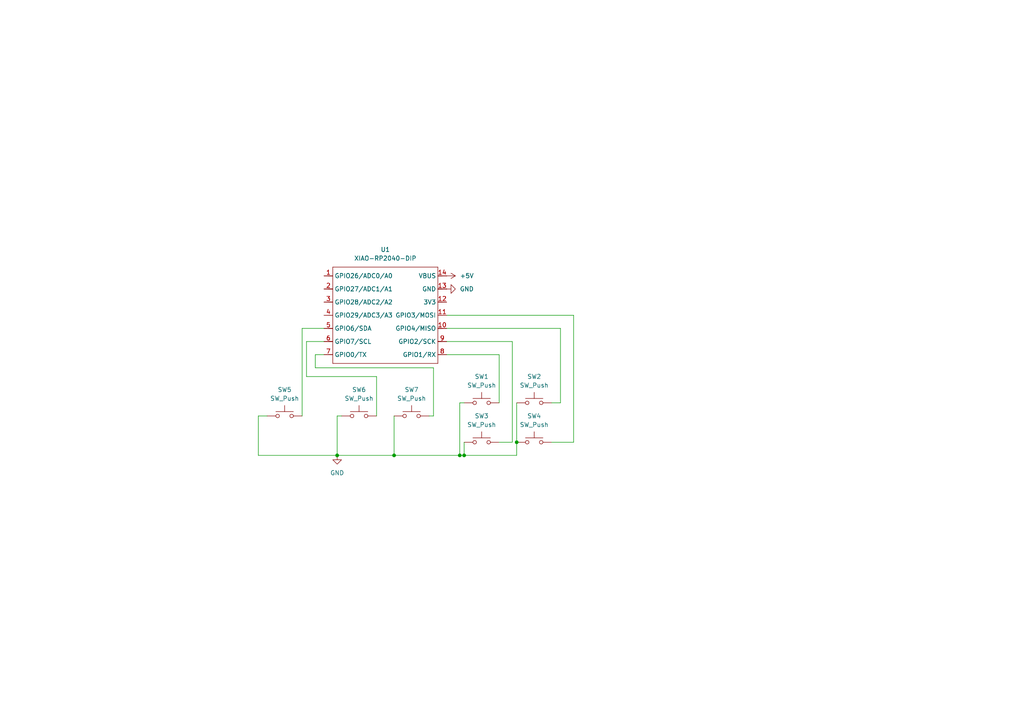
<source format=kicad_sch>
(kicad_sch (version 20250114) (generator "eeschema") (generator_version "9.0")
  (paper "A4")
  (lib_symbols
    (symbol "Seeed_Studio_XIAO_Series:XIAO-RP2040-DIP"
      (property "Reference" "U" (at 0 0 0))
      (property "Value" "XIAO-RP2040-DIP" (at 5.334 -1.778 0))
      (symbol "XIAO-RP2040-DIP_1_0"
        (polyline (pts (xy -1.27 -2.54) (xy 29.21 -2.54)) (stroke (width 0.1524)))
        (polyline (pts (xy -1.27 -5.08) (xy -2.54 -5.08)) (stroke (width 0.1524)))
        (polyline (pts (xy -1.27 -5.08) (xy -1.27 -2.54)) (stroke (width 0.1524)))
        (polyline (pts (xy -1.27 -8.89) (xy -2.54 -8.89)) (stroke (width 0.1524)))
        (polyline (pts (xy -1.27 -8.89) (xy -1.27 -5.08)) (stroke (width 0.1524)))
        (polyline (pts (xy -1.27 -12.7) (xy -2.54 -12.7)) (stroke (width 0.1524)))
        (polyline (pts (xy -1.27 -12.7) (xy -1.27 -8.89)) (stroke (width 0.1524)))
        (polyline (pts (xy -1.27 -16.51) (xy -2.54 -16.51)) (stroke (width 0.1524)))
        (polyline (pts (xy -1.27 -16.51) (xy -1.27 -12.7)) (stroke (width 0.1524)))
        (polyline (pts (xy -1.27 -20.32) (xy -2.54 -20.32)) (stroke (width 0.1524)))
        (polyline (pts (xy -1.27 -24.13) (xy -2.54 -24.13)) (stroke (width 0.1524)))
        (polyline (pts (xy -1.27 -27.94) (xy -2.54 -27.94)) (stroke (width 0.1524)))
        (polyline (pts (xy -1.27 -30.48) (xy -1.27 -16.51)) (stroke (width 0.1524)))
        (polyline (pts (xy 29.21 -2.54) (xy 29.21 -5.08)) (stroke (width 0.1524)))
        (polyline (pts (xy 29.21 -5.08) (xy 29.21 -8.89)) (stroke (width 0.1524)))
        (polyline (pts (xy 29.21 -8.89) (xy 29.21 -12.7)) (stroke (width 0.1524)))
        (polyline (pts (xy 29.21 -12.7) (xy 29.21 -30.48)) (stroke (width 0.1524)))
        (polyline (pts (xy 29.21 -30.48) (xy -1.27 -30.48)) (stroke (width 0.1524)))
        (polyline (pts (xy 30.48 -5.08) (xy 29.21 -5.08)) (stroke (width 0.1524)))
        (polyline (pts (xy 30.48 -8.89) (xy 29.21 -8.89)) (stroke (width 0.1524)))
        (polyline (pts (xy 30.48 -12.7) (xy 29.21 -12.7)) (stroke (width 0.1524)))
        (polyline (pts (xy 30.48 -16.51) (xy 29.21 -16.51)) (stroke (width 0.1524)))
        (polyline (pts (xy 30.48 -20.32) (xy 29.21 -20.32)) (stroke (width 0.1524)))
        (polyline (pts (xy 30.48 -24.13) (xy 29.21 -24.13)) (stroke (width 0.1524)))
        (polyline (pts (xy 30.48 -27.94) (xy 29.21 -27.94)) (stroke (width 0.1524)))
        (pin passive line (at -3.81 -5.08 0) (length 2.54) (name "GPIO26/ADC0/A0") (number "1"))
        (pin passive line (at -3.81 -8.89 0) (length 2.54) (name "GPIO27/ADC1/A1") (number "2"))
        (pin passive line (at -3.81 -12.7 0) (length 2.54) (name "GPIO28/ADC2/A2") (number "3"))
        (pin passive line (at -3.81 -16.51 0) (length 2.54) (name "GPIO29/ADC3/A3") (number "4"))
        (pin passive line (at -3.81 -20.32 0) (length 2.54) (name "GPIO6/SDA") (number "5"))
        (pin passive line (at -3.81 -24.13 0) (length 2.54) (name "GPIO7/SCL") (number "6"))
        (pin passive line (at -3.81 -27.94 0) (length 2.54) (name "GPIO0/TX") (number "7"))
        (pin passive line (at 31.75 -5.08 180) (length 2.54) (name "VBUS") (number "14"))
        (pin passive line (at 31.75 -8.89 180) (length 2.54) (name "GND") (number "13"))
        (pin passive line (at 31.75 -12.7 180) (length 2.54) (name "3V3") (number "12"))
        (pin passive line (at 31.75 -16.51 180) (length 2.54) (name "GPIO3/MOSI") (number "11"))
        (pin passive line (at 31.75 -20.32 180) (length 2.54) (name "GPIO4/MISO") (number "10"))
        (pin passive line (at 31.75 -24.13 180) (length 2.54) (name "GPIO2/SCK") (number "9"))
        (pin passive line (at 31.75 -27.94 180) (length 2.54) (name "GPIO1/RX") (number "8"))
      )
    )
    (symbol "Switch:SW_Push" (pin_numbers (hide yes)) (pin_names (offset 1.016) (hide yes))
      (property "Reference" "SW" (at 1.27 2.54 0))
      (property "Value" "SW_Push" (at 0 -1.524 0))
      (symbol "SW_Push_0_1"
        (circle (center -2.032 0) (radius 0.508))
        (polyline (pts (xy 0 1.27) (xy 0 3.048)))
        (circle (center 2.032 0) (radius 0.508))
        (polyline (pts (xy 2.54 1.27) (xy -2.54 1.27)))
        (pin passive line (at -5.08 0 0) (length 2.54) (name "1") (number "1"))
        (pin passive line (at 5.08 0 180) (length 2.54) (name "2") (number "2"))
      )
    )
    (symbol "power:+5V" (power) (pin_numbers (hide yes)) (pin_names (offset 0) (hide yes))
      (property "Value" "+5V" (at 0 3.556 0))
      (symbol "+5V_0_1"
        (polyline (pts (xy -0.762 1.27) (xy 0 2.54)))
        (polyline (pts (xy 0 2.54) (xy 0.762 1.27)))
        (polyline (pts (xy 0 0) (xy 0 2.54)))
      )
      (symbol "+5V_1_1"
        (pin power_in line (at 0 0 90) (length 0) (name "~") (number "1"))
      )
    )
    (symbol "power:GND" (power) (pin_numbers (hide yes)) (pin_names (offset 0) (hide yes))
      (property "Value" "GND" (at 0 -3.81 0))
      (symbol "GND_0_1"
        (polyline (pts (xy 0 0) (xy 0 -1.27) (xy 1.27 -1.27) (xy 0 -2.54) (xy -1.27 -1.27) (xy 0 -1.27)))
      )
      (symbol "GND_1_1"
        (pin power_in line (at 0 0 270) (length 0) (name "~") (number "1"))
      )
    )
  )
  (junction (at 133.35 132.08))
  (junction (at 97.79 132.08))
  (junction (at 134.62 132.08))
  (junction (at 149.86 128.27))
  (junction (at 114.3 132.08))
  (wire (pts (xy 77.47 120.65) (xy 74.93 120.65)))
  (wire (pts (xy 125.73 120.65) (xy 125.73 106.68)))
  (wire (pts (xy 148.59 99.06) (xy 129.54 99.06)))
  (wire (pts (xy 160.02 128.27) (xy 166.37 128.27)))
  (wire (pts (xy 114.3 120.65) (xy 114.3 132.08)))
  (wire (pts (xy 109.22 109.22) (xy 88.9 109.22)))
  (wire (pts (xy 99.06 120.65) (xy 97.79 120.65)))
  (wire (pts (xy 124.46 120.65) (xy 125.73 120.65)))
  (wire (pts (xy 149.86 116.84) (xy 149.86 128.27)))
  (wire (pts (xy 133.35 116.84) (xy 133.35 132.08)))
  (wire (pts (xy 114.3 132.08) (xy 97.79 132.08)))
  (wire (pts (xy 87.63 95.25) (xy 93.98 95.25)))
  (wire (pts (xy 149.86 128.27) (xy 149.86 132.08)))
  (wire (pts (xy 88.9 109.22) (xy 88.9 99.06)))
  (wire (pts (xy 166.37 128.27) (xy 166.37 91.44)))
  (wire (pts (xy 87.63 120.65) (xy 87.63 95.25)))
  (wire (pts (xy 97.79 120.65) (xy 97.79 132.08)))
  (wire (pts (xy 144.78 128.27) (xy 148.59 128.27)))
  (wire (pts (xy 114.3 132.08) (xy 133.35 132.08)))
  (wire (pts (xy 162.56 116.84) (xy 162.56 95.25)))
  (wire (pts (xy 162.56 95.25) (xy 129.54 95.25)))
  (wire (pts (xy 91.44 102.87) (xy 93.98 102.87)))
  (wire (pts (xy 74.93 132.08) (xy 97.79 132.08)))
  (wire (pts (xy 134.62 128.27) (xy 134.62 132.08)))
  (wire (pts (xy 134.62 116.84) (xy 133.35 116.84)))
  (wire (pts (xy 144.78 116.84) (xy 144.78 102.87)))
  (wire (pts (xy 88.9 99.06) (xy 93.98 99.06)))
  (wire (pts (xy 160.02 116.84) (xy 162.56 116.84)))
  (wire (pts (xy 129.54 102.87) (xy 144.78 102.87)))
  (wire (pts (xy 148.59 128.27) (xy 148.59 99.06)))
  (wire (pts (xy 74.93 120.65) (xy 74.93 132.08)))
  (wire (pts (xy 166.37 91.44) (xy 129.54 91.44)))
  (wire (pts (xy 133.35 132.08) (xy 134.62 132.08)))
  (wire (pts (xy 125.73 106.68) (xy 91.44 106.68)))
  (wire (pts (xy 134.62 132.08) (xy 149.86 132.08)))
  (wire (pts (xy 109.22 120.65) (xy 109.22 109.22)))
  (wire (pts (xy 91.44 106.68) (xy 91.44 102.87)))
  (symbol (lib_id "Switch:SW_Push") (at 119.38 120.65 0) (unit 1)
    (property "Reference" "SW7" (at 119.38 113.03 0))
    (property "Value" "SW_Push" (at 119.38 115.57 0))
    (property "Footprint" "Button_Switch_Keyboard:SW_Cherry_MX_1.00u_PCB" (effects (hide yes)))
    (property "Description" "Push button switch, generic, two pins" (effects (hide yes)))
  )
  (symbol (lib_id "power:GND") (at 97.79 132.08 0) (unit 1)
    (property "Reference" "#PWR03" (effects (hide yes)))
    (property "Value" "GND" (at 97.79 137.16 0))
    (property "Description" "Power symbol creates a global label with name \"GND\" , ground" (effects (hide yes)))
  )
  (symbol (lib_id "power:+5V") (at 129.54 80.01 270) (unit 1)
    (property "Reference" "#PWR01" (effects (hide yes)))
    (property "Value" "+5V" (at 133.35 80.0099 90) (effects (justify left)))
    (property "Description" "Power symbol creates a global label with name \"+5V\"" (effects (hide yes)))
  )
  (symbol (lib_id "Switch:SW_Push") (at 154.94 116.84 0) (unit 1)
    (property "Reference" "SW2" (at 154.94 109.22 0))
    (property "Value" "SW_Push" (at 154.94 111.76 0))
    (property "Footprint" "Button_Switch_Keyboard:SW_Cherry_MX_1.00u_PCB" (effects (hide yes)))
    (property "Description" "Push button switch, generic, two pins" (effects (hide yes)))
  )
  (symbol (lib_id "Seeed_Studio_XIAO_Series:XIAO-RP2040-DIP") (at 97.79 74.93 0) (unit 1)
    (property "Reference" "U1" (at 111.76 72.39 0))
    (property "Value" "XIAO-RP2040-DIP" (at 111.76 74.93 0))
    (property "Footprint" "Seeed Studio XIAO Series Library:XIAO-RP2040-DIP" (effects (hide yes)))
  )
  (symbol (lib_id "Switch:SW_Push") (at 154.94 128.27 0) (unit 1)
    (property "Reference" "SW4" (at 154.94 120.65 0))
    (property "Value" "SW_Push" (at 154.94 123.19 0))
    (property "Footprint" "Button_Switch_Keyboard:SW_Cherry_MX_1.00u_PCB" (effects (hide yes)))
    (property "Description" "Push button switch, generic, two pins" (effects (hide yes)))
  )
  (symbol (lib_id "Switch:SW_Push") (at 82.55 120.65 0) (unit 1)
    (property "Reference" "SW5" (at 82.55 113.03 0))
    (property "Value" "SW_Push" (at 82.55 115.57 0))
    (property "Footprint" "Button_Switch_Keyboard:SW_Cherry_MX_1.00u_PCB" (effects (hide yes)))
    (property "Description" "Push button switch, generic, two pins" (effects (hide yes)))
  )
  (symbol (lib_id "Switch:SW_Push") (at 104.14 120.65 0) (unit 1)
    (property "Reference" "SW6" (at 104.14 113.03 0))
    (property "Value" "SW_Push" (at 104.14 115.57 0))
    (property "Footprint" "Button_Switch_Keyboard:SW_Cherry_MX_1.00u_PCB" (effects (hide yes)))
    (property "Description" "Push button switch, generic, two pins" (effects (hide yes)))
  )
  (symbol (lib_id "Switch:SW_Push") (at 139.7 128.27 0) (unit 1)
    (property "Reference" "SW3" (at 139.7 120.65 0))
    (property "Value" "SW_Push" (at 139.7 123.19 0))
    (property "Footprint" "Button_Switch_Keyboard:SW_Cherry_MX_1.00u_PCB" (effects (hide yes)))
    (property "Description" "Push button switch, generic, two pins" (effects (hide yes)))
  )
  (symbol (lib_id "Switch:SW_Push") (at 139.7 116.84 0) (unit 1)
    (property "Reference" "SW1" (at 139.7 109.22 0))
    (property "Value" "SW_Push" (at 139.7 111.76 0))
    (property "Footprint" "Button_Switch_Keyboard:SW_Cherry_MX_1.00u_PCB" (effects (hide yes)))
    (property "Description" "Push button switch, generic, two pins" (effects (hide yes)))
  )
  (symbol (lib_id "power:GND") (at 129.54 83.82 90) (unit 1)
    (property "Reference" "#PWR02" (effects (hide yes)))
    (property "Value" "GND" (at 133.35 83.8199 90) (effects (justify right)))
    (property "Description" "Power symbol creates a global label with name \"GND\" , ground" (effects (hide yes)))
  )
)
</source>
